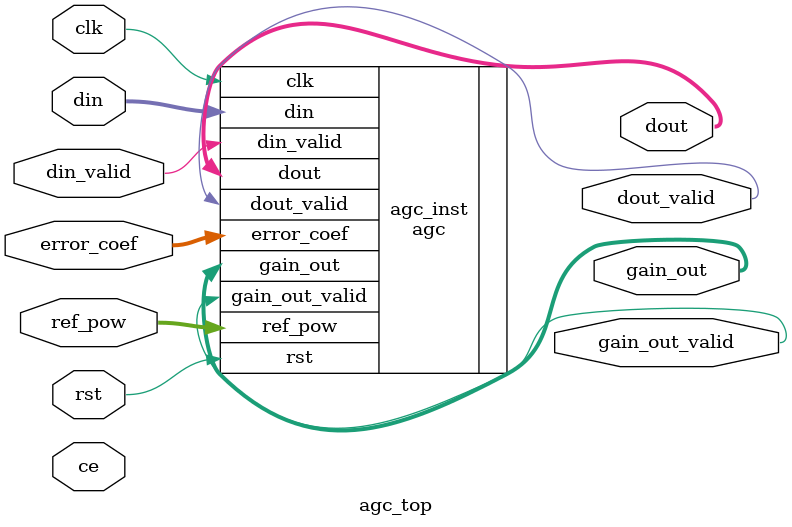
<source format=v>

module agc_top #(
    parameter DIN_WIDTH = 8,
    parameter DIN_POINT = 7,
    parameter PARALLEL = 8,
    parameter DELAY_LINE = 64,
    parameter UPDATE_CYCLES = 1024,
    parameter COEF_WIDTH = 16,
    parameter COEF_POINT = 8,
    parameter GAIN_WIDTH = 16,
    parameter GAIN_POINT = 8,
    parameter GAIN_HIGH = 2048, //in sd is 8
    parameter GAIN_LOW = 0
) (
    input wire clk,
    input wire ce,
    input wire rst,
    
    input wire [63:0] din,
    input wire din_valid,
    
    input wire [15:0] ref_pow,
    input wire [15:0] error_coef,
    
    output wire signed [15:0] gain_out,
    output wire gain_out_valid,

    output wire signed [191:0] dout,
    output wire dout_valid
);



agc #(
    .DIN_WIDTH(DIN_WIDTH),
    .DIN_POINT(DIN_POINT),
    .PARALLEL(PARALLEL),
    .DELAY_LINE(DELAY_LINE),
    .AVG_POW_APROX("nearest"),
    .UPDATE_CYCLES(UPDATE_CYCLES),
    .COEF_WIDTH(COEF_WIDTH),
    .COEF_POINT(COEF_POINT),
    .GAIN_WIDTH(GAIN_WIDTH),
    .GAIN_POINT(GAIN_POINT),
    .GAIN_HIGH(GAIN_HIGH),
    .GAIN_LOW(GAIN_LOW)
) agc_inst (
    .clk(clk),
    .rst(rst),
    .din(din),
    .din_valid(din_valid),
    .ref_pow(ref_pow),
    .error_coef(error_coef),
    .gain_out(gain_out),
    .gain_out_valid(gain_out_valid),
    .dout(dout),
    .dout_valid(dout_valid)
);
endmodule 

</source>
